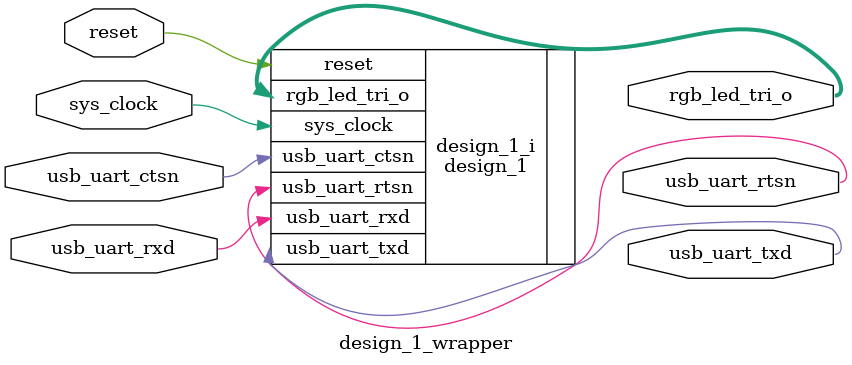
<source format=v>
`timescale 1 us / 1 us

module design_1_wrapper
   (reset,
    rgb_led_tri_o,
    sys_clock,
    usb_uart_ctsn,
    usb_uart_rtsn,
    usb_uart_rxd,
    usb_uart_txd);
  input reset;
  output [5:0]rgb_led_tri_o;
  input sys_clock;
  input usb_uart_ctsn;
  output usb_uart_rtsn;
  input usb_uart_rxd;
  output usb_uart_txd;

  wire reset;
  wire [5:0]rgb_led_tri_o;
  wire sys_clock;
  wire usb_uart_ctsn;
  wire usb_uart_rtsn;
  wire usb_uart_rxd;
  wire usb_uart_txd;

  design_1 design_1_i
       (.reset(reset),
        .rgb_led_tri_o(rgb_led_tri_o),
        .sys_clock(sys_clock),
        .usb_uart_ctsn(usb_uart_ctsn),
        .usb_uart_rtsn(usb_uart_rtsn),
        .usb_uart_rxd(usb_uart_rxd),
        .usb_uart_txd(usb_uart_txd));
endmodule

</source>
